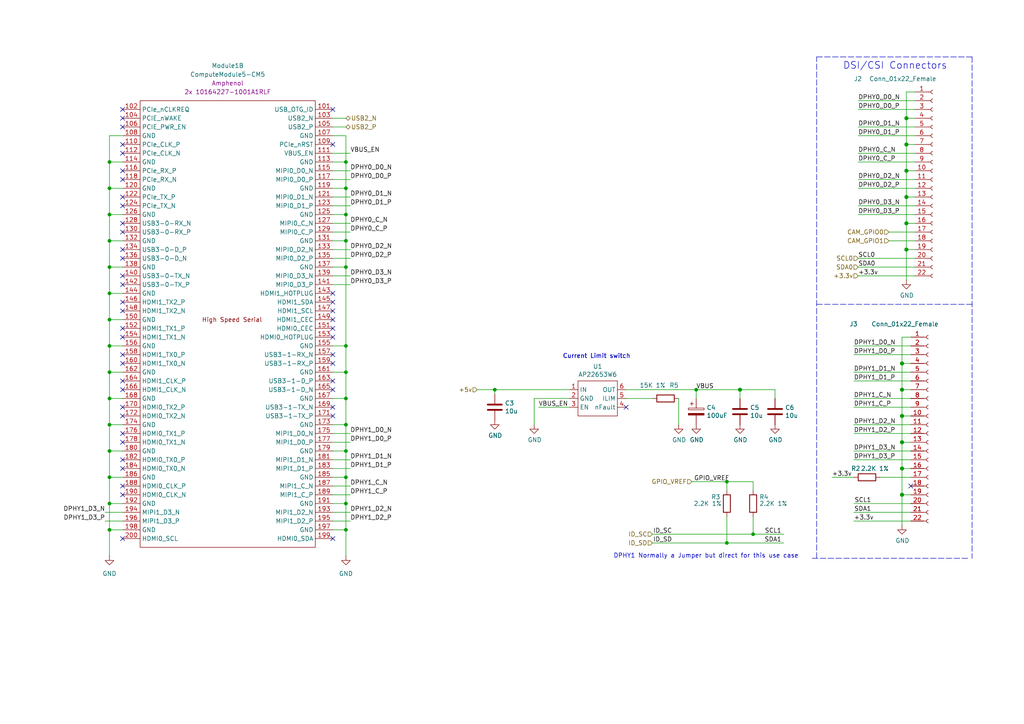
<source format=kicad_sch>
(kicad_sch (version 20231120) (generator "eeschema") (generator_version "8.0")
  (paper "A4")
  (lib_symbols
    (symbol "CM5IO:AP2553W6"
      (property "Reference" "U" (at 3.81 -6.35 0))
      (property "Value" "AP2553W6" (at -3.81 -6.35 0))
      (symbol "AP2553W6_0_0"
        (pin power_in line (at -8.89 2.54 0) (length 2.54) (name "IN") (number "1"))
        (pin power_out line (at -8.89 0 0) (length 2.54) (name "GND") (number "2"))
        (pin input line (at -8.89 -2.54 0) (length 2.54) (name "EN") (number "3"))
        (pin open_collector line (at 7.62 -2.54 180) (length 2.54) (name "nFault") (number "4"))
        (pin passive line (at 7.62 0 180) (length 2.54) (name "ILIM") (number "5"))
        (pin power_out line (at 7.62 2.54 180) (length 2.54) (name "OUT") (number "6"))
      )
      (symbol "AP2553W6_0_1"
        (rectangle (start -6.35 5.08) (end 5.08 -5.08))
      )
    )
    (symbol "CM5IO:ComputeModule5-CM5"
      (property "Reference" "Module" (at 113.03 -68.58 0))
      (property "Value" "ComputeModule5-CM5" (at 140.97 2.54 0))
      (property "Field4" "Amphenol" (at 0 0 0))
      (property "Field5" "2x 10164227-1001A1RLF" (at 0 -2.54 0))
      (symbol "ComputeModule5-CM5_1_0"
        (text "GPIO" (at 0 6.35 0) (effects (font (size 1.27 1.27))))
      )
      (symbol "ComputeModule5-CM5_1_1"
        (rectangle (start -30.48 -71.12) (end 25.4 58.42))
        (text "600mA Max" (at -8.89 -53.34 0) (effects (font (size 1.27 1.27))))
        (text "600mA Max" (at -8.89 -48.26 0) (effects (font (size 1.27 1.27))))
        (text "NB SD signals are only available" (at -1.27 -27.94 0) (effects (font (size 1.27 1.27))))
        (text "on modules without eMMC" (at -1.27 -30.48 0) (effects (font (size 1.27 1.27))))
        (pin power_in line (at 27.94 55.88 180) (length 2.54) (name "GND") (number "1"))
        (pin passive line (at -33.02 45.72 0) (length 2.54) (name "Ethernet_Pair0_N") (number "10"))
        (pin passive line (at -33.02 -68.58 0) (length 2.54) (name "CAM_GPIO1") (number "100"))
        (pin passive line (at 27.94 43.18 180) (length 2.54) (name "Ethernet_Pair2_P") (number "11"))
        (pin passive line (at -33.02 43.18 0) (length 2.54) (name "Ethernet_Pair0_P") (number "12"))
        (pin power_in line (at 27.94 40.64 180) (length 2.54) (name "GND") (number "13"))
        (pin power_in line (at -33.02 40.64 0) (length 2.54) (name "GND") (number "14"))
        (pin output line (at 27.94 38.1 180) (length 2.54) (name "Ethernet_nLED3(3.3v)") (number "15"))
        (pin input line (at -33.02 38.1 0) (length 2.54) (name "FAN_TACHO") (number "16"))
        (pin output line (at 27.94 35.56 180) (length 2.54) (name "Ethernet_nLED2(3.3v)") (number "17"))
        (pin input line (at -33.02 35.56 0) (length 2.54) (name "Ethernet_SYNC_OUT(3.3v)") (number "18"))
        (pin output line (at 27.94 33.02 180) (length 2.54) (name "FAN_PWM") (number "19"))
        (pin power_in line (at -33.02 55.88 0) (length 2.54) (name "GND") (number "2"))
        (pin passive line (at -33.02 33.02 0) (length 2.54) (name "EEPROM_nWP") (number "20"))
        (pin open_collector line (at 27.94 30.48 180) (length 2.54) (name "LED_nACT") (number "21"))
        (pin power_in line (at -33.02 30.48 0) (length 2.54) (name "GND") (number "22"))
        (pin power_in line (at 27.94 27.94 180) (length 2.54) (name "GND") (number "23"))
        (pin passive line (at -33.02 27.94 0) (length 2.54) (name "GPIO26") (number "24"))
        (pin passive line (at 27.94 25.4 180) (length 2.54) (name "GPIO21") (number "25"))
        (pin passive line (at -33.02 25.4 0) (length 2.54) (name "GPIO19") (number "26"))
        (pin passive line (at 27.94 22.86 180) (length 2.54) (name "GPIO20") (number "27"))
        (pin passive line (at -33.02 22.86 0) (length 2.54) (name "GPIO13") (number "28"))
        (pin passive line (at 27.94 20.32 180) (length 2.54) (name "GPIO16") (number "29"))
        (pin passive line (at 27.94 53.34 180) (length 2.54) (name "Ethernet_Pair3_P") (number "3"))
        (pin passive line (at -33.02 20.32 0) (length 2.54) (name "GPIO6") (number "30"))
        (pin passive line (at 27.94 17.78 180) (length 2.54) (name "GPIO12") (number "31"))
        (pin power_in line (at -33.02 17.78 0) (length 2.54) (name "GND") (number "32"))
        (pin power_in line (at 27.94 15.24 180) (length 2.54) (name "GND") (number "33"))
        (pin passive line (at -33.02 15.24 0) (length 2.54) (name "GPIO5") (number "34"))
        (pin passive line (at 27.94 12.7 180) (length 2.54) (name "ID_SC") (number "35"))
        (pin passive line (at -33.02 12.7 0) (length 2.54) (name "ID_SD") (number "36"))
        (pin passive line (at 27.94 10.16 180) (length 2.54) (name "GPIO7") (number "37"))
        (pin passive line (at -33.02 10.16 0) (length 2.54) (name "GPIO11") (number "38"))
        (pin passive line (at 27.94 7.62 180) (length 2.54) (name "GPIO8") (number "39"))
        (pin passive line (at -33.02 53.34 0) (length 2.54) (name "Ethernet_Pair1_P") (number "4"))
        (pin passive line (at -33.02 7.62 0) (length 2.54) (name "GPIO9") (number "40"))
        (pin passive line (at 27.94 5.08 180) (length 2.54) (name "GPIO25") (number "41"))
        (pin power_in line (at -33.02 5.08 0) (length 2.54) (name "GND") (number "42"))
        (pin power_in line (at 27.94 2.54 180) (length 2.54) (name "GND") (number "43"))
        (pin passive line (at -33.02 2.54 0) (length 2.54) (name "GPIO10") (number "44"))
        (pin passive line (at 27.94 0 180) (length 2.54) (name "GPIO24") (number "45"))
        (pin passive line (at -33.02 0 0) (length 2.54) (name "GPIO22") (number "46"))
        (pin passive line (at 27.94 -2.54 180) (length 2.54) (name "GPIO23") (number "47"))
        (pin passive line (at -33.02 -2.54 0) (length 2.54) (name "GPIO27") (number "48"))
        (pin passive line (at 27.94 -5.08 180) (length 2.54) (name "GPIO18") (number "49"))
        (pin passive line (at 27.94 50.8 180) (length 2.54) (name "Ethernet_Pair3_N") (number "5"))
        (pin passive line (at -33.02 -5.08 0) (length 2.54) (name "GPIO17") (number "50"))
        (pin passive line (at 27.94 -7.62 180) (length 2.54) (name "GPIO15") (number "51"))
        (pin power_in line (at -33.02 -7.62 0) (length 2.54) (name "GND") (number "52"))
        (pin power_in line (at 27.94 -10.16 180) (length 2.54) (name "GND") (number "53"))
        (pin passive line (at -33.02 -10.16 0) (length 2.54) (name "GPIO4") (number "54"))
        (pin passive line (at 27.94 -12.7 180) (length 2.54) (name "GPIO14") (number "55"))
        (pin passive line (at -33.02 -12.7 0) (length 2.54) (name "GPIO3") (number "56"))
        (pin passive line (at 27.94 -15.24 180) (length 2.54) (name "SD_CLK") (number "57"))
        (pin passive line (at -33.02 -15.24 0) (length 2.54) (name "GPIO2") (number "58"))
        (pin power_in line (at 27.94 -17.78 180) (length 2.54) (name "GND") (number "59"))
        (pin passive line (at -33.02 50.8 0) (length 2.54) (name "Ethernet_Pair1_N") (number "6"))
        (pin power_in line (at -33.02 -17.78 0) (length 2.54) (name "GND") (number "60"))
        (pin passive line (at 27.94 -20.32 180) (length 2.54) (name "SD_DAT3") (number "61"))
        (pin passive line (at -33.02 -20.32 0) (length 2.54) (name "SD_CMD") (number "62"))
        (pin passive line (at 27.94 -22.86 180) (length 2.54) (name "SD_DAT0") (number "63"))
        (pin passive line (at -33.02 -22.86 0) (length 2.54) (name "SD_DAT5") (number "64"))
        (pin power_in line (at 27.94 -25.4 180) (length 2.54) (name "GND") (number "65"))
        (pin power_in line (at -33.02 -25.4 0) (length 2.54) (name "GND") (number "66"))
        (pin passive line (at 27.94 -27.94 180) (length 2.54) (name "SD_DAT1") (number "67"))
        (pin passive line (at -33.02 -27.94 0) (length 2.54) (name "SD_DAT4") (number "68"))
        (pin passive line (at 27.94 -30.48 180) (length 2.54) (name "SD_DAT2") (number "69"))
        (pin power_in line (at 27.94 48.26 180) (length 2.54) (name "GND") (number "7"))
        (pin passive line (at -33.02 -30.48 0) (length 2.54) (name "SD_DAT7") (number "70"))
        (pin power_in line (at 27.94 -33.02 180) (length 2.54) (name "GND") (number "71"))
        (pin passive line (at -33.02 -33.02 0) (length 2.54) (name "SD_DAT6") (number "72"))
        (pin input line (at 27.94 -35.56 180) (length 2.54) (name "SD_VDD_Override") (number "73"))
        (pin power_in line (at -33.02 -35.56 0) (length 2.54) (name "GND") (number "74"))
        (pin output line (at 27.94 -38.1 180) (length 2.54) (name "SD_PWR_ON") (number "75"))
        (pin passive line (at -33.02 -38.1 0) (length 2.54) (name "VBAT") (number "76"))
        (pin power_in line (at 27.94 -40.64 180) (length 2.54) (name "+5v_(Input)") (number "77"))
        (pin power_in line (at -33.02 -40.64 0) (length 2.54) (name "GPIO_VREF(1.8v/3.3v_Input)") (number "78"))
        (pin power_in line (at 27.94 -43.18 180) (length 2.54) (name "+5v_(Input)") (number "79"))
        (pin power_in line (at -33.02 48.26 0) (length 2.54) (name "GND") (number "8"))
        (pin passive line (at -33.02 -43.18 0) (length 2.54) (name "SCL0") (number "80"))
        (pin power_in line (at 27.94 -45.72 180) (length 2.54) (name "+5v_(Input)") (number "81"))
        (pin passive line (at -33.02 -45.72 0) (length 2.54) (name "SDA0") (number "82"))
        (pin power_in line (at 27.94 -48.26 180) (length 2.54) (name "+5v_(Input)") (number "83"))
        (pin power_out line (at -33.02 -48.26 0) (length 2.54) (name "+3.3v_(Output)") (number "84"))
        (pin power_in line (at 27.94 -50.8 180) (length 2.54) (name "+5v_(Input)") (number "85"))
        (pin passive line (at -33.02 -50.8 0) (length 2.54) (name "+3.3v_(Output)") (number "86"))
        (pin power_in line (at 27.94 -53.34 180) (length 2.54) (name "+5v_(Input)") (number "87"))
        (pin power_out line (at -33.02 -53.34 0) (length 2.54) (name "+1.8v_(Output)") (number "88"))
        (pin input line (at 27.94 -55.88 180) (length 2.54) (name "WiFi_nDisable") (number "89"))
        (pin passive line (at 27.94 45.72 180) (length 2.54) (name "Ethernet_Pair2_N") (number "9"))
        (pin passive line (at -33.02 -55.88 0) (length 2.54) (name "+1.8v_(Output)") (number "90"))
        (pin input line (at 27.94 -58.42 180) (length 2.54) (name "BT_nDisable") (number "91"))
        (pin passive line (at -33.02 -58.42 0) (length 2.54) (name "PWR_BUT") (number "92"))
        (pin input line (at 27.94 -60.96 180) (length 2.54) (name "nRPIBOOT") (number "93"))
        (pin passive line (at -33.02 -60.96 0) (length 2.54) (name "CC1") (number "94"))
        (pin output line (at 27.94 -63.5 180) (length 2.54) (name "LED_nPWR") (number "95"))
        (pin passive line (at -33.02 -63.5 0) (length 2.54) (name "CC2") (number "96"))
        (pin passive line (at 27.94 -66.04 180) (length 2.54) (name "CAM_GPIO0") (number "97"))
        (pin power_in line (at -33.02 -66.04 0) (length 2.54) (name "GND") (number "98"))
        (pin input line (at 27.94 -68.58 180) (length 2.54) (name "PMIC_ENABLE") (number "99"))
      )
      (symbol "ComputeModule5-CM5_2_1"
        (rectangle (start 114.3 -66.04) (end 165.1 63.5))
        (text "High Speed Serial" (at 140.97 0 0) (effects (font (size 1.27 1.27))))
        (pin input line (at 170.18 60.96 180) (length 5.08) (name "USB_OTG_ID") (number "101"))
        (pin input line (at 109.22 60.96 0) (length 5.08) (name "PCIe_nCLKREQ") (number "102"))
        (pin passive line (at 170.18 58.42 180) (length 5.08) (name "USB2_N") (number "103"))
        (pin input line (at 109.22 58.42 0) (length 5.08) (name "PCIE_nWAKE") (number "104"))
        (pin passive line (at 170.18 55.88 180) (length 5.08) (name "USB2_P") (number "105"))
        (pin output line (at 109.22 55.88 0) (length 5.08) (name "PCIE_PWR_EN") (number "106"))
        (pin power_in line (at 170.18 53.34 180) (length 5.08) (name "GND") (number "107"))
        (pin power_in line (at 109.22 53.34 0) (length 5.08) (name "GND") (number "108"))
        (pin output line (at 170.18 50.8 180) (length 5.08) (name "PCIe_nRST") (number "109"))
        (pin output line (at 109.22 50.8 0) (length 5.08) (name "PCIe_CLK_P") (number "110"))
        (pin output line (at 170.18 48.26 180) (length 5.08) (name "VBUS_EN") (number "111"))
        (pin output line (at 109.22 48.26 0) (length 5.08) (name "PCIe_CLK_N") (number "112"))
        (pin power_in line (at 170.18 45.72 180) (length 5.08) (name "GND") (number "113"))
        (pin power_in line (at 109.22 45.72 0) (length 5.08) (name "GND") (number "114"))
        (pin input line (at 170.18 43.18 180) (length 5.08) (name "MIPI0_D0_N") (number "115"))
        (pin input line (at 109.22 43.18 0) (length 5.08) (name "PCIe_RX_P") (number "116"))
        (pin input line (at 170.18 40.64 180) (length 5.08) (name "MIPI0_D0_P") (number "117"))
        (pin input line (at 109.22 40.64 0) (length 5.08) (name "PCIe_RX_N") (number "118"))
        (pin power_in line (at 170.18 38.1 180) (length 5.08) (name "GND") (number "119"))
        (pin power_in line (at 109.22 38.1 0) (length 5.08) (name "GND") (number "120"))
        (pin input line (at 170.18 35.56 180) (length 5.08) (name "MIPI0_D1_N") (number "121"))
        (pin output line (at 109.22 35.56 0) (length 5.08) (name "PCIe_TX_P") (number "122"))
        (pin input line (at 170.18 33.02 180) (length 5.08) (name "MIPI0_D1_P") (number "123"))
        (pin output line (at 109.22 33.02 0) (length 5.08) (name "PCIe_TX_N") (number "124"))
        (pin power_in line (at 170.18 30.48 180) (length 5.08) (name "GND") (number "125"))
        (pin power_in line (at 109.22 30.48 0) (length 5.08) (name "GND") (number "126"))
        (pin input line (at 170.18 27.94 180) (length 5.08) (name "MIPI0_C_N") (number "127"))
        (pin input line (at 109.22 27.94 0) (length 5.08) (name "USB3-0-RX_N") (number "128"))
        (pin input line (at 170.18 25.4 180) (length 5.08) (name "MIPI0_C_P") (number "129"))
        (pin input line (at 109.22 25.4 0) (length 5.08) (name "USB3-0-RX_P") (number "130"))
        (pin power_in line (at 170.18 22.86 180) (length 5.08) (name "GND") (number "131"))
        (pin power_in line (at 109.22 22.86 0) (length 5.08) (name "GND") (number "132"))
        (pin input line (at 170.18 20.32 180) (length 5.08) (name "MIPI0_D2_N") (number "133"))
        (pin passive line (at 109.22 20.32 0) (length 5.08) (name "USB3-0-D_P") (number "134"))
        (pin input line (at 170.18 17.78 180) (length 5.08) (name "MIPI0_D2_P") (number "135"))
        (pin passive line (at 109.22 17.78 0) (length 5.08) (name "USB3-0-D_N") (number "136"))
        (pin power_in line (at 170.18 15.24 180) (length 5.08) (name "GND") (number "137"))
        (pin power_in line (at 109.22 15.24 0) (length 5.08) (name "GND") (number "138"))
        (pin input line (at 170.18 12.7 180) (length 5.08) (name "MIPI0_D3_N") (number "139"))
        (pin output line (at 109.22 12.7 0) (length 5.08) (name "USB3-0-TX_N") (number "140"))
        (pin input line (at 170.18 10.16 180) (length 5.08) (name "MIPI0_D3_P") (number "141"))
        (pin output line (at 109.22 10.16 0) (length 5.08) (name "USB3-0-TX_P") (number "142"))
        (pin input line (at 170.18 7.62 180) (length 5.08) (name "HDMI1_HOTPLUG") (number "143"))
        (pin power_in line (at 109.22 7.62 0) (length 5.08) (name "GND") (number "144"))
        (pin bidirectional line (at 170.18 5.08 180) (length 5.08) (name "HDMI1_SDA") (number "145"))
        (pin output line (at 109.22 5.08 0) (length 5.08) (name "HDMI1_TX2_P") (number "146"))
        (pin open_collector line (at 170.18 2.54 180) (length 5.08) (name "HDMI1_SCL") (number "147"))
        (pin output line (at 109.22 2.54 0) (length 5.08) (name "HDMI1_TX2_N") (number "148"))
        (pin open_collector line (at 170.18 0 180) (length 5.08) (name "HDMI1_CEC") (number "149"))
        (pin power_in line (at 109.22 0 0) (length 5.08) (name "GND") (number "150"))
        (pin open_collector line (at 170.18 -2.54 180) (length 5.08) (name "HDMI0_CEC") (number "151"))
        (pin output line (at 109.22 -2.54 0) (length 5.08) (name "HDMI1_TX1_P") (number "152"))
        (pin input line (at 170.18 -5.08 180) (length 5.08) (name "HDMI0_HOTPLUG") (number "153"))
        (pin output line (at 109.22 -5.08 0) (length 5.08) (name "HDMI1_TX1_N") (number "154"))
        (pin power_in line (at 170.18 -7.62 180) (length 5.08) (name "GND") (number "155"))
        (pin power_in line (at 109.22 -7.62 0) (length 5.08) (name "GND") (number "156"))
        (pin input line (at 170.18 -10.16 180) (length 5.08) (name "USB3-1-RX_N") (number "157"))
        (pin output line (at 109.22 -10.16 0) (length 5.08) (name "HDMI1_TX0_P") (number "158"))
        (pin input line (at 170.18 -12.7 180) (length 5.08) (name "USB3-1-RX_P") (number "159"))
        (pin output line (at 109.22 -12.7 0) (length 5.08) (name "HDMI1_TX0_N") (number "160"))
        (pin power_in line (at 170.18 -15.24 180) (length 5.08) (name "GND") (number "161"))
        (pin power_in line (at 109.22 -15.24 0) (length 5.08) (name "GND") (number "162"))
        (pin passive line (at 170.18 -17.78 180) (length 5.08) (name "USB3-1-D_P") (number "163"))
        (pin output line (at 109.22 -17.78 0) (length 5.08) (name "HDMI1_CLK_P") (number "164"))
        (pin passive line (at 170.18 -20.32 180) (length 5.08) (name "USB3-1-D_N") (number "165"))
        (pin output line (at 109.22 -20.32 0) (length 5.08) (name "HDMI1_CLK_N") (number "166"))
        (pin power_in line (at 170.18 -22.86 180) (length 5.08) (name "GND") (number "167"))
        (pin power_in line (at 109.22 -22.86 0) (length 5.08) (name "GND") (number "168"))
        (pin output line (at 170.18 -25.4 180) (length 5.08) (name "USB3-1-TX_N") (number "169"))
        (pin output line (at 109.22 -25.4 0) (length 5.08) (name "HDMI0_TX2_P") (number "170"))
        (pin output line (at 170.18 -27.94 180) (length 5.08) (name "USB3-1-TX_P") (number "171"))
        (pin output line (at 109.22 -27.94 0) (length 5.08) (name "HDMI0_TX2_N") (number "172"))
        (pin power_in line (at 170.18 -30.48 180) (length 5.08) (name "GND") (number "173"))
        (pin power_in line (at 109.22 -30.48 0) (length 5.08) (name "GND") (number "174"))
        (pin output line (at 170.18 -33.02 180) (length 5.08) (name "MIPI1_D0_N") (number "175"))
        (pin output line (at 109.22 -33.02 0) (length 5.08) (name "HDMI0_TX1_P") (number "176"))
        (pin output line (at 170.18 -35.56 180) (length 5.08) (name "MIPI1_D0_P") (number "177"))
        (pin output line (at 109.22 -35.56 0) (length 5.08) (name "HDMI0_TX1_N") (number "178"))
        (pin power_in line (at 170.18 -38.1 180) (length 5.08) (name "GND") (number "179"))
        (pin power_in line (at 109.22 -38.1 0) (length 5.08) (name "GND") (number "180"))
        (pin output line (at 170.18 -40.64 180) (length 5.08) (name "MIPI1_D1_N") (number "181"))
        (pin output line (at 109.22 -40.64 0) (length 5.08) (name "HDMI0_TX0_P") (number "182"))
        (pin output line (at 170.18 -43.18 180) (length 5.08) (name "MIPI1_D1_P") (number "183"))
        (pin output line (at 109.22 -43.18 0) (length 5.08) (name "HDMI0_TX0_N") (number "184"))
        (pin power_in line (at 170.18 -45.72 180) (length 5.08) (name "GND") (number "185"))
        (pin power_in line (at 109.22 -45.72 0) (length 5.08) (name "GND") (number "186"))
        (pin output line (at 170.18 -48.26 180) (length 5.08) (name "MIPI1_C_N") (number "187"))
        (pin output line (at 109.22 -48.26 0) (length 5.08) (name "HDMI0_CLK_P") (number "188"))
        (pin output line (at 170.18 -50.8 180) (length 5.08) (name "MIPI1_C_P") (number "189"))
        (pin output line (at 109.22 -50.8 0) (length 5.08) (name "HDMI0_CLK_N") (number "190"))
        (pin power_in line (at 170.18 -53.34 180) (length 5.08) (name "GND") (number "191"))
        (pin power_in line (at 109.22 -53.34 0) (length 5.08) (name "GND") (number "192"))
        (pin output line (at 170.18 -55.88 180) (length 5.08) (name "MIPI1_D2_N") (number "193"))
        (pin output line (at 109.22 -55.88 0) (length 5.08) (name "MIPI1_D3_N") (number "194"))
        (pin output line (at 170.18 -58.42 180) (length 5.08) (name "MIPI1_D2_P") (number "195"))
        (pin output line (at 109.22 -58.42 0) (length 5.08) (name "MIPI1_D3_P") (number "196"))
        (pin power_in line (at 170.18 -60.96 180) (length 5.08) (name "GND") (number "197"))
        (pin power_in line (at 109.22 -60.96 0) (length 5.08) (name "GND") (number "198"))
        (pin bidirectional line (at 170.18 -63.5 180) (length 5.08) (name "HDMI0_SDA") (number "199"))
        (pin open_collector line (at 109.22 -63.5 0) (length 5.08) (name "HDMI0_SCL") (number "200"))
      )
    )
    (symbol "Connector:Conn_01x22_Socket" (pin_names (offset 1.016) hide)
      (property "Reference" "J" (at 0 27.94 0))
      (property "Value" "Conn_01x22_Socket" (at 0 -30.48 0))
      (symbol "Conn_01x22_Socket_1_1"
        (arc (start 0 -27.432) (mid -0.5058 -27.94) (end 0 -28.448) (stroke (width 0.1524)))
        (arc (start 0 -24.892) (mid -0.5058 -25.4) (end 0 -25.908) (stroke (width 0.1524)))
        (arc (start 0 -22.352) (mid -0.5058 -22.86) (end 0 -23.368) (stroke (width 0.1524)))
        (arc (start 0 -19.812) (mid -0.5058 -20.32) (end 0 -20.828) (stroke (width 0.1524)))
        (arc (start 0 -17.272) (mid -0.5058 -17.78) (end 0 -18.288) (stroke (width 0.1524)))
        (arc (start 0 -14.732) (mid -0.5058 -15.24) (end 0 -15.748) (stroke (width 0.1524)))
        (arc (start 0 -12.192) (mid -0.5058 -12.7) (end 0 -13.208) (stroke (width 0.1524)))
        (arc (start 0 -9.652) (mid -0.5058 -10.16) (end 0 -10.668) (stroke (width 0.1524)))
        (arc (start 0 -7.112) (mid -0.5058 -7.62) (end 0 -8.128) (stroke (width 0.1524)))
        (arc (start 0 -4.572) (mid -0.5058 -5.08) (end 0 -5.588) (stroke (width 0.1524)))
        (arc (start 0 -2.032) (mid -0.5058 -2.54) (end 0 -3.048) (stroke (width 0.1524)))
        (polyline (pts (xy -1.27 -27.94) (xy -0.508 -27.94)) (stroke (width 0.1524)))
        (polyline (pts (xy -1.27 -25.4) (xy -0.508 -25.4)) (stroke (width 0.1524)))
        (polyline (pts (xy -1.27 -22.86) (xy -0.508 -22.86)) (stroke (width 0.1524)))
        (polyline (pts (xy -1.27 -20.32) (xy -0.508 -20.32)) (stroke (width 0.1524)))
        (polyline (pts (xy -1.27 -17.78) (xy -0.508 -17.78)) (stroke (width 0.1524)))
        (polyline (pts (xy -1.27 -15.24) (xy -0.508 -15.24)) (stroke (width 0.1524)))
        (polyline (pts (xy -1.27 -12.7) (xy -0.508 -12.7)) (stroke (width 0.1524)))
        (polyline (pts (xy -1.27 -10.16) (xy -0.508 -10.16)) (stroke (width 0.1524)))
        (polyline (pts (xy -1.27 -7.62) (xy -0.508 -7.62)) (stroke (width 0.1524)))
        (polyline (pts (xy -1.27 -5.08) (xy -0.508 -5.08)) (stroke (width 0.1524)))
        (polyline (pts (xy -1.27 -2.54) (xy -0.508 -2.54)) (stroke (width 0.1524)))
        (polyline (pts (xy -1.27 0) (xy -0.508 0)) (stroke (width 0.1524)))
        (polyline (pts (xy -1.27 2.54) (xy -0.508 2.54)) (stroke (width 0.1524)))
        (polyline (pts (xy -1.27 5.08) (xy -0.508 5.08)) (stroke (width 0.1524)))
        (polyline (pts (xy -1.27 7.62) (xy -0.508 7.62)) (stroke (width 0.1524)))
        (polyline (pts (xy -1.27 10.16) (xy -0.508 10.16)) (stroke (width 0.1524)))
        (polyline (pts (xy -1.27 12.7) (xy -0.508 12.7)) (stroke (width 0.1524)))
        (polyline (pts (xy -1.27 15.24) (xy -0.508 15.24)) (stroke (width 0.1524)))
        (polyline (pts (xy -1.27 17.78) (xy -0.508 17.78)) (stroke (width 0.1524)))
        (polyline (pts (xy -1.27 20.32) (xy -0.508 20.32)) (stroke (width 0.1524)))
        (polyline (pts (xy -1.27 22.86) (xy -0.508 22.86)) (stroke (width 0.1524)))
        (polyline (pts (xy -1.27 25.4) (xy -0.508 25.4)) (stroke (width 0.1524)))
        (arc (start 0 0.508) (mid -0.5058 0) (end 0 -0.508) (stroke (width 0.1524)))
        (arc (start 0 3.048) (mid -0.5058 2.54) (end 0 2.032) (stroke (width 0.1524)))
        (arc (start 0 5.588) (mid -0.5058 5.08) (end 0 4.572) (stroke (width 0.1524)))
        (arc (start 0 8.128) (mid -0.5058 7.62) (end 0 7.112) (stroke (width 0.1524)))
        (arc (start 0 10.668) (mid -0.5058 10.16) (end 0 9.652) (stroke (width 0.1524)))
        (arc (start 0 13.208) (mid -0.5058 12.7) (end 0 12.192) (stroke (width 0.1524)))
        (arc (start 0 15.748) (mid -0.5058 15.24) (end 0 14.732) (stroke (width 0.1524)))
        (arc (start 0 18.288) (mid -0.5058 17.78) (end 0 17.272) (stroke (width 0.1524)))
        (arc (start 0 20.828) (mid -0.5058 20.32) (end 0 19.812) (stroke (width 0.1524)))
        (arc (start 0 23.368) (mid -0.5058 22.86) (end 0 22.352) (stroke (width 0.1524)))
        (arc (start 0 25.908) (mid -0.5058 25.4) (end 0 24.892) (stroke (width 0.1524)))
        (pin passive line (at -5.08 25.4 0) (length 3.81) (name "Pin_1") (number "1"))
        (pin passive line (at -5.08 2.54 0) (length 3.81) (name "Pin_10") (number "10"))
        (pin passive line (at -5.08 0 0) (length 3.81) (name "Pin_11") (number "11"))
        (pin passive line (at -5.08 -2.54 0) (length 3.81) (name "Pin_12") (number "12"))
        (pin passive line (at -5.08 -5.08 0) (length 3.81) (name "Pin_13") (number "13"))
        (pin passive line (at -5.08 -7.62 0) (length 3.81) (name "Pin_14") (number "14"))
        (pin passive line (at -5.08 -10.16 0) (length 3.81) (name "Pin_15") (number "15"))
        (pin passive line (at -5.08 -12.7 0) (length 3.81) (name "Pin_16") (number "16"))
        (pin passive line (at -5.08 -15.24 0) (length 3.81) (name "Pin_17") (number "17"))
        (pin passive line (at -5.08 -17.78 0) (length 3.81) (name "Pin_18") (number "18"))
        (pin passive line (at -5.08 -20.32 0) (length 3.81) (name "Pin_19") (number "19"))
        (pin passive line (at -5.08 22.86 0) (length 3.81) (name "Pin_2") (number "2"))
        (pin passive line (at -5.08 -22.86 0) (length 3.81) (name "Pin_20") (number "20"))
        (pin passive line (at -5.08 -25.4 0) (length 3.81) (name "Pin_21") (number "21"))
        (pin passive line (at -5.08 -27.94 0) (length 3.81) (name "Pin_22") (number "22"))
        (pin passive line (at -5.08 20.32 0) (length 3.81) (name "Pin_3") (number "3"))
        (pin passive line (at -5.08 17.78 0) (length 3.81) (name "Pin_4") (number "4"))
        (pin passive line (at -5.08 15.24 0) (length 3.81) (name "Pin_5") (number "5"))
        (pin passive line (at -5.08 12.7 0) (length 3.81) (name "Pin_6") (number "6"))
        (pin passive line (at -5.08 10.16 0) (length 3.81) (name "Pin_7") (number "7"))
        (pin passive line (at -5.08 7.62 0) (length 3.81) (name "Pin_8") (number "8"))
        (pin passive line (at -5.08 5.08 0) (length 3.81) (name "Pin_9") (number "9"))
      )
    )
    (symbol "Device:C" (pin_numbers hide) (pin_names (offset 0.254))
      (property "Reference" "C" (at 0.635 2.54 0))
      (property "Value" "C" (at 0.635 -2.54 0))
      (symbol "C_0_1"
        (polyline (pts (xy -2.032 -0.762) (xy 2.032 -0.762)) (stroke (width 0.508)))
        (polyline (pts (xy -2.032 0.762) (xy 2.032 0.762)) (stroke (width 0.508)))
      )
      (symbol "C_1_1"
        (pin passive line (at 0 3.81 270) (length 2.794) (name "~") (number "1"))
        (pin passive line (at 0 -3.81 90) (length 2.794) (name "~") (number "2"))
      )
    )
    (symbol "Device:C_Polarized" (pin_numbers hide) (pin_names (offset 0.254))
      (property "Reference" "C" (at 0.635 2.54 0))
      (property "Value" "C_Polarized" (at 0.635 -2.54 0))
      (symbol "C_Polarized_0_1"
        (rectangle (start -2.286 0.508) (end 2.286 1.016))
        (polyline (pts (xy -1.778 2.286) (xy -0.762 2.286)))
        (polyline (pts (xy -1.27 2.794) (xy -1.27 1.778)))
        (rectangle (start 2.286 -0.508) (end -2.286 -1.016) (fill (type outline)))
      )
      (symbol "C_Polarized_1_1"
        (pin passive line (at 0 3.81 270) (length 2.794) (name "~") (number "1"))
        (pin passive line (at 0 -3.81 90) (length 2.794) (name "~") (number "2"))
      )
    )
    (symbol "Device:R" (pin_numbers hide) (pin_names (offset 0))
      (property "Reference" "R" (at 2.032 0 90))
      (property "Value" "R" (at 0 0 90))
      (symbol "R_0_1"
        (rectangle (start -1.016 -2.54) (end 1.016 2.54) (stroke (width 0.254)))
      )
      (symbol "R_1_1"
        (pin passive line (at 0 3.81 270) (length 1.27) (name "~") (number "1"))
        (pin passive line (at 0 -3.81 90) (length 1.27) (name "~") (number "2"))
      )
    )
    (symbol "power:GND" (power) (pin_numbers hide) (pin_names (offset 0) hide)
      (property "Value" "GND" (at 0 -3.81 0))
      (symbol "GND_0_1"
        (polyline (pts (xy 0 0) (xy 0 -1.27) (xy 1.27 -1.27) (xy 0 -2.54) (xy -1.27 -1.27) (xy 0 -1.27)))
      )
      (symbol "GND_1_1"
        (pin power_in line (at 0 0 270) (length 0) (name "~") (number "1"))
      )
    )
  )
  (junction (at 261.62 120.65) (diameter 1.016))
  (junction (at 31.75 107.95))
  (junction (at 31.75 100.33))
  (junction (at 100.33 46.99))
  (junction (at 31.75 62.23))
  (junction (at 261.62 143.51) (diameter 1.016))
  (junction (at 31.75 69.85))
  (junction (at 31.75 123.19))
  (junction (at 262.89 57.15) (diameter 1.016))
  (junction (at 31.75 92.71))
  (junction (at 31.75 146.05))
  (junction (at 100.33 62.23))
  (junction (at 100.33 107.95))
  (junction (at 100.33 123.19))
  (junction (at 31.75 153.67))
  (junction (at 100.33 130.81))
  (junction (at 100.33 146.05))
  (junction (at 201.93 113.03))
  (junction (at 261.62 135.89) (diameter 1.016))
  (junction (at 261.62 105.41) (diameter 1.016))
  (junction (at 31.75 115.57))
  (junction (at 262.89 72.39) (diameter 1.016))
  (junction (at 100.33 77.47))
  (junction (at 100.33 100.33))
  (junction (at 100.33 153.67))
  (junction (at 261.62 128.27) (diameter 1.016))
  (junction (at 210.82 139.7))
  (junction (at 262.89 64.77) (diameter 1.016))
  (junction (at 31.75 130.81))
  (junction (at 31.75 54.61))
  (junction (at 214.63 113.03) (diameter 1.016))
  (junction (at 262.89 34.29) (diameter 1.016))
  (junction (at 210.82 157.48))
  (junction (at 31.75 77.47))
  (junction (at 218.44 154.94))
  (junction (at 262.89 41.91) (diameter 1.016))
  (junction (at 143.51 113.03))
  (junction (at 31.75 85.09))
  (junction (at 100.33 69.85))
  (junction (at 31.75 138.43))
  (junction (at 100.33 138.43))
  (junction (at 100.33 54.61))
  (junction (at 31.75 46.99))
  (junction (at 261.62 113.03) (diameter 1.016))
  (junction (at 262.89 49.53) (diameter 1.016))
  (junction (at 100.33 115.57))
  (no_connect (at 35.56 133.35))
  (no_connect (at 96.52 92.71))
  (no_connect (at 96.52 31.75))
  (no_connect (at 35.56 135.89))
  (no_connect (at 35.56 49.53))
  (no_connect (at 96.52 113.03))
  (no_connect (at 35.56 95.25))
  (no_connect (at 35.56 72.39))
  (no_connect (at 35.56 120.65))
  (no_connect (at 96.52 120.65))
  (no_connect (at 96.52 95.25))
  (no_connect (at 35.56 74.93))
  (no_connect (at 35.56 59.69))
  (no_connect (at 35.56 97.79))
  (no_connect (at 35.56 128.27))
  (no_connect (at 35.56 102.87))
  (no_connect (at 35.56 52.07))
  (no_connect (at 96.52 110.49))
  (no_connect (at 35.56 36.83))
  (no_connect (at 35.56 44.45))
  (no_connect (at 35.56 143.51))
  (no_connect (at 35.56 125.73))
  (no_connect (at 96.52 90.17))
  (no_connect (at 35.56 118.11))
  (no_connect (at 96.52 97.79))
  (no_connect (at 35.56 31.75))
  (no_connect (at 96.52 41.91))
  (no_connect (at 35.56 140.97))
  (no_connect (at 96.52 118.11))
  (no_connect (at 96.52 85.09))
  (no_connect (at 264.16 140.97))
  (no_connect (at 35.56 41.91))
  (no_connect (at 35.56 67.31))
  (no_connect (at 35.56 87.63))
  (no_connect (at 35.56 90.17))
  (no_connect (at 35.56 34.29))
  (no_connect (at 35.56 105.41))
  (no_connect (at 35.56 110.49))
  (no_connect (at 35.56 80.01))
  (no_connect (at 96.52 87.63))
  (no_connect (at 35.56 57.15))
  (no_connect (at 35.56 113.03))
  (no_connect (at 35.56 82.55))
  (no_connect (at 35.56 156.21))
  (no_connect (at 96.52 102.87))
  (no_connect (at 96.52 156.21))
  (no_connect (at 35.56 64.77))
  (no_connect (at 96.52 105.41))
  (no_connect (at 181.61 118.11))
  (wire (pts (xy 214.63 113.03) (xy 224.79 113.03)))
  (wire (pts (xy 31.75 115.57) (xy 35.56 115.57)))
  (wire (pts (xy 100.33 107.95) (xy 100.33 115.57)))
  (wire (pts (xy 96.52 44.45) (xy 101.6 44.45)))
  (wire (pts (xy 261.62 135.89) (xy 261.62 143.51)))
  (wire (pts (xy 96.52 77.47) (xy 100.33 77.47)))
  (wire (pts (xy 96.52 46.99) (xy 100.33 46.99)))
  (wire (pts (xy 96.52 36.83) (xy 100.33 36.83)))
  (wire (pts (xy 96.52 72.39) (xy 101.6 72.39)))
  (wire (pts (xy 154.94 115.57) (xy 154.94 123.19)))
  (wire (pts (xy 96.52 82.55) (xy 101.6 82.55)))
  (wire (pts (xy 31.75 77.47) (xy 35.56 77.47)))
  (wire (pts (xy 96.52 39.37) (xy 100.33 39.37)))
  (wire (pts (xy 96.52 59.69) (xy 101.6 59.69)))
  (wire (pts (xy 261.62 128.27) (xy 261.62 135.89)))
  (wire (pts (xy 96.52 133.35) (xy 101.6 133.35)))
  (wire (pts (xy 224.79 113.03) (xy 224.79 115.57)))
  (wire (pts (xy 261.62 113.03) (xy 261.62 120.65)))
  (wire (pts (xy 247.65 100.33) (xy 264.16 100.33)))
  (wire (pts (xy 96.52 67.31) (xy 101.6 67.31)))
  (wire (pts (xy 189.23 157.48) (xy 210.82 157.48)))
  (wire (pts (xy 156.21 118.11) (xy 165.1 118.11)))
  (wire (pts (xy 96.52 148.59) (xy 101.6 148.59)))
  (polyline (pts (xy 280.67 161.925) (xy 235.585 161.925)) (stroke (width 0) (type dash)))
  (wire (pts (xy 100.33 46.99) (xy 100.33 54.61)))
  (wire (pts (xy 247.65 123.19) (xy 264.16 123.19)))
  (wire (pts (xy 96.52 128.27) (xy 101.6 128.27)))
  (wire (pts (xy 96.52 140.97) (xy 101.6 140.97)))
  (wire (pts (xy 261.62 135.89) (xy 264.16 135.89)))
  (wire (pts (xy 96.52 143.51) (xy 101.6 143.51)))
  (wire (pts (xy 210.82 139.7) (xy 218.44 139.7)))
  (wire (pts (xy 100.33 77.47) (xy 100.33 100.33)))
  (wire (pts (xy 218.44 149.86) (xy 218.44 154.94)))
  (wire (pts (xy 96.52 34.29) (xy 100.33 34.29)))
  (wire (pts (xy 100.33 62.23) (xy 100.33 69.85)))
  (wire (pts (xy 31.75 92.71) (xy 35.56 92.71)))
  (wire (pts (xy 261.62 143.51) (xy 264.16 143.51)))
  (wire (pts (xy 262.89 26.67) (xy 262.89 34.29)))
  (wire (pts (xy 261.62 105.41) (xy 264.16 105.41)))
  (wire (pts (xy 96.52 130.81) (xy 100.33 130.81)))
  (wire (pts (xy 196.85 115.57) (xy 196.85 123.19)))
  (wire (pts (xy 248.92 39.37) (xy 265.43 39.37)))
  (wire (pts (xy 261.62 113.03) (xy 264.16 113.03)))
  (wire (pts (xy 31.75 115.57) (xy 31.75 123.19)))
  (wire (pts (xy 201.93 113.03) (xy 214.63 113.03)))
  (wire (pts (xy 247.65 110.49) (xy 264.16 110.49)))
  (wire (pts (xy 248.92 62.23) (xy 265.43 62.23)))
  (wire (pts (xy 201.93 113.03) (xy 201.93 115.57)))
  (wire (pts (xy 241.3 138.43) (xy 247.65 138.43)))
  (wire (pts (xy 262.89 41.91) (xy 265.43 41.91)))
  (wire (pts (xy 261.62 120.65) (xy 264.16 120.65)))
  (wire (pts (xy 262.89 34.29) (xy 265.43 34.29)))
  (wire (pts (xy 264.16 97.79) (xy 261.62 97.79)))
  (wire (pts (xy 100.33 130.81) (xy 100.33 138.43)))
  (wire (pts (xy 181.61 115.57) (xy 189.23 115.57)))
  (wire (pts (xy 265.43 77.47) (xy 248.92 77.47)))
  (wire (pts (xy 247.65 102.87) (xy 264.16 102.87)))
  (wire (pts (xy 257.81 67.31) (xy 265.43 67.31)))
  (wire (pts (xy 96.52 74.93) (xy 101.6 74.93)))
  (wire (pts (xy 31.75 146.05) (xy 31.75 153.67)))
  (wire (pts (xy 30.48 151.13) (xy 35.56 151.13)))
  (wire (pts (xy 248.92 52.07) (xy 265.43 52.07)))
  (wire (pts (xy 264.16 146.05) (xy 247.65 146.05)))
  (wire (pts (xy 265.43 74.93) (xy 248.92 74.93)))
  (wire (pts (xy 262.89 64.77) (xy 265.43 64.77)))
  (wire (pts (xy 31.75 123.19) (xy 35.56 123.19)))
  (wire (pts (xy 200.66 139.7) (xy 210.82 139.7)))
  (wire (pts (xy 31.75 62.23) (xy 35.56 62.23)))
  (wire (pts (xy 210.82 157.48) (xy 227.33 157.48)))
  (wire (pts (xy 100.33 115.57) (xy 100.33 123.19)))
  (wire (pts (xy 165.1 115.57) (xy 154.94 115.57)))
  (wire (pts (xy 264.16 148.59) (xy 247.65 148.59)))
  (wire (pts (xy 261.62 128.27) (xy 264.16 128.27)))
  (wire (pts (xy 96.52 146.05) (xy 100.33 146.05)))
  (polyline (pts (xy 236.855 88.265) (xy 281.94 88.265)) (stroke (width 0) (type dash)))
  (wire (pts (xy 214.63 115.57) (xy 214.63 113.03)))
  (wire (pts (xy 96.52 49.53) (xy 101.6 49.53)))
  (wire (pts (xy 248.92 46.99) (xy 265.43 46.99)))
  (wire (pts (xy 30.48 148.59) (xy 35.56 148.59)))
  (wire (pts (xy 96.52 54.61) (xy 100.33 54.61)))
  (wire (pts (xy 248.92 31.75) (xy 265.43 31.75)))
  (wire (pts (xy 265.43 26.67) (xy 262.89 26.67)))
  (wire (pts (xy 31.75 100.33) (xy 31.75 107.95)))
  (wire (pts (xy 31.75 107.95) (xy 35.56 107.95)))
  (wire (pts (xy 262.89 57.15) (xy 265.43 57.15)))
  (wire (pts (xy 100.33 54.61) (xy 100.33 62.23)))
  (wire (pts (xy 218.44 139.7) (xy 218.44 142.24)))
  (wire (pts (xy 261.62 143.51) (xy 261.62 152.4)))
  (wire (pts (xy 248.92 36.83) (xy 265.43 36.83)))
  (wire (pts (xy 262.89 64.77) (xy 262.89 72.39)))
  (wire (pts (xy 31.75 138.43) (xy 35.56 138.43)))
  (wire (pts (xy 31.75 46.99) (xy 31.75 54.61)))
  (wire (pts (xy 96.52 80.01) (xy 101.6 80.01)))
  (wire (pts (xy 261.62 105.41) (xy 261.62 113.03)))
  (wire (pts (xy 31.75 54.61) (xy 35.56 54.61)))
  (wire (pts (xy 100.33 100.33) (xy 100.33 107.95)))
  (wire (pts (xy 31.75 138.43) (xy 31.75 146.05)))
  (wire (pts (xy 189.23 154.94) (xy 218.44 154.94)))
  (wire (pts (xy 31.75 107.95) (xy 31.75 115.57)))
  (polyline (pts (xy 236.855 161.925) (xy 236.855 16.51)) (stroke (width 0) (type dash)))
  (wire (pts (xy 31.75 77.47) (xy 31.75 85.09)))
  (wire (pts (xy 247.65 125.73) (xy 264.16 125.73)))
  (wire (pts (xy 96.52 135.89) (xy 101.6 135.89)))
  (wire (pts (xy 31.75 100.33) (xy 35.56 100.33)))
  (wire (pts (xy 262.89 72.39) (xy 265.43 72.39)))
  (wire (pts (xy 96.52 69.85) (xy 100.33 69.85)))
  (wire (pts (xy 218.44 154.94) (xy 227.33 154.94)))
  (wire (pts (xy 100.33 153.67) (xy 100.33 161.29)))
  (wire (pts (xy 96.52 57.15) (xy 101.6 57.15)))
  (wire (pts (xy 31.75 130.81) (xy 35.56 130.81)))
  (wire (pts (xy 96.52 107.95) (xy 100.33 107.95)))
  (wire (pts (xy 31.75 69.85) (xy 35.56 69.85)))
  (wire (pts (xy 96.52 62.23) (xy 100.33 62.23)))
  (wire (pts (xy 100.33 123.19) (xy 100.33 130.81)))
  (wire (pts (xy 31.75 92.71) (xy 31.75 100.33)))
  (wire (pts (xy 31.75 46.99) (xy 35.56 46.99)))
  (wire (pts (xy 262.89 72.39) (xy 262.89 81.28)))
  (wire (pts (xy 262.89 57.15) (xy 262.89 64.77)))
  (wire (pts (xy 261.62 97.79) (xy 261.62 105.41)))
  (wire (pts (xy 143.51 113.03) (xy 165.1 113.03)))
  (wire (pts (xy 264.16 151.13) (xy 247.65 151.13)))
  (wire (pts (xy 96.52 64.77) (xy 101.6 64.77)))
  (polyline (pts (xy 236.855 16.51) (xy 282.448 16.51)) (stroke (width 0) (type dash)))
  (wire (pts (xy 247.65 130.81) (xy 264.16 130.81)))
  (wire (pts (xy 31.75 153.67) (xy 31.75 161.29)))
  (wire (pts (xy 31.75 62.23) (xy 31.75 69.85)))
  (wire (pts (xy 262.89 41.91) (xy 262.89 49.53)))
  (wire (pts (xy 261.62 120.65) (xy 261.62 128.27)))
  (wire (pts (xy 31.75 85.09) (xy 31.75 92.71)))
  (wire (pts (xy 248.92 54.61) (xy 265.43 54.61)))
  (wire (pts (xy 96.52 151.13) (xy 101.6 151.13)))
  (wire (pts (xy 100.33 39.37) (xy 100.33 46.99)))
  (polyline (pts (xy 281.94 16.51) (xy 281.94 161.925)) (stroke (width 0) (type dash)))
  (wire (pts (xy 143.51 114.3) (xy 143.51 113.03)))
  (wire (pts (xy 35.56 39.37) (xy 31.75 39.37)))
  (wire (pts (xy 96.52 125.73) (xy 101.6 125.73)))
  (wire (pts (xy 181.61 113.03) (xy 201.93 113.03)))
  (wire (pts (xy 138.43 113.03) (xy 143.51 113.03)))
  (wire (pts (xy 31.75 153.67) (xy 35.56 153.67)))
  (wire (pts (xy 247.65 115.57) (xy 264.16 115.57)))
  (wire (pts (xy 248.92 44.45) (xy 265.43 44.45)))
  (wire (pts (xy 248.92 59.69) (xy 265.43 59.69)))
  (wire (pts (xy 96.52 153.67) (xy 100.33 153.67)))
  (wire (pts (xy 31.75 130.81) (xy 31.75 138.43)))
  (wire (pts (xy 31.75 123.19) (xy 31.75 130.81)))
  (wire (pts (xy 247.65 118.11) (xy 264.16 118.11)))
  (wire (pts (xy 100.33 146.05) (xy 100.33 153.67)))
  (wire (pts (xy 248.92 29.21) (xy 265.43 29.21)))
  (wire (pts (xy 96.52 52.07) (xy 101.6 52.07)))
  (wire (pts (xy 96.52 115.57) (xy 100.33 115.57)))
  (wire (pts (xy 262.89 34.29) (xy 262.89 41.91)))
  (wire (pts (xy 31.75 39.37) (xy 31.75 46.99)))
  (wire (pts (xy 96.52 100.33) (xy 100.33 100.33)))
  (wire (pts (xy 31.75 54.61) (xy 31.75 62.23)))
  (wire (pts (xy 247.65 107.95) (xy 264.16 107.95)))
  (wire (pts (xy 257.81 69.85) (xy 265.43 69.85)))
  (wire (pts (xy 255.27 138.43) (xy 264.16 138.43)))
  (wire (pts (xy 31.75 146.05) (xy 35.56 146.05)))
  (wire (pts (xy 262.89 49.53) (xy 265.43 49.53)))
  (wire (pts (xy 100.33 69.85) (xy 100.33 77.47)))
  (wire (pts (xy 96.52 123.19) (xy 100.33 123.19)))
  (wire (pts (xy 31.75 85.09) (xy 35.56 85.09)))
  (wire (pts (xy 100.33 138.43) (xy 100.33 146.05)))
  (wire (pts (xy 262.89 49.53) (xy 262.89 57.15)))
  (wire (pts (xy 31.75 69.85) (xy 31.75 77.47)))
  (wire (pts (xy 265.43 80.01) (xy 248.92 80.01)))
  (wire (pts (xy 96.52 138.43) (xy 100.33 138.43)))
  (wire (pts (xy 247.65 133.35) (xy 264.16 133.35)))
  (wire (pts (xy 210.82 149.86) (xy 210.82 157.48)))
  (wire (pts (xy 210.82 139.7) (xy 210.82 142.24)))
  (text "Current Limit switch" (at 182.88 104.14 0) (effects (font (size 1.27 1.27)) (justify right bottom)))
  (text "DSI/CSI Connectors" (at 244.475 20.32 0) (effects (font (size 2.0066 2.0066)) (justify left bottom)))
  (text "Current Limit switch" (at 182.88 104.14 0) (effects (font (size 1.27 1.27)) (justify right bottom)))
  (text "DPHY1 Normally a Jumper but direct for this use case" (at 231.648 162.052 0) (effects (font (size 1.27 1.27)) (justify right bottom)))
  (label "DPHY0_D2_P" (at 101.6 74.93 0))
  (label "DPHY0_D3_P" (at 248.92 62.23 0))
  (label "DPHY0_D1_P" (at 101.6 59.69 0))
  (label "+3.3v" (at 248.92 80.01 0))
  (label "VBUS_EN" (at 156.21 118.11 0))
  (label "SCL1" (at 226.695 154.94 180))
  (label "DPHY1_D0_N" (at 101.6 125.73 0))
  (label "DPHY1_D1_P" (at 101.6 135.89 0))
  (label "+3.3v" (at 241.3 138.43 0))
  (label "DPHY1_C_N" (at 101.6 140.97 0))
  (label "DPHY0_D0_P" (at 101.6 52.07 0))
  (label "DPHY1_D1_P" (at 247.65 110.49 0))
  (label "DPHY1_D2_N" (at 247.65 123.19 0))
  (label "DPHY0_D3_N" (at 248.92 59.69 0))
  (label "DPHY1_D0_P" (at 101.6 128.27 0))
  (label "DPHY1_D3_N" (at 247.65 130.81 0))
  (label "SDA0" (at 248.92 77.47 0))
  (label "+3.3v" (at 247.65 151.13 0))
  (label "SDA1" (at 226.695 157.48 180))
  (label "DPHY1_D0_N" (at 247.65 100.33 0))
  (label "DPHY1_D3_P" (at 247.65 133.35 0))
  (label "ID_SC" (at 194.945 154.94 180))
  (label "DPHY1_C_P" (at 247.65 118.11 0))
  (label "DPHY1_D3_P" (at 30.48 151.13 180))
  (label "DPHY1_D2_P" (at 101.6 151.13 0))
  (label "SCL0" (at 248.92 74.93 0))
  (label "DPHY1_D1_N" (at 247.65 107.95 0))
  (label "GPIO_VREF" (at 201.295 139.7 0))
  (label "DPHY1_D1_N" (at 101.6 133.35 0))
  (label "DPHY0_C_P" (at 101.6 67.31 0))
  (label "DPHY1_C_P" (at 101.6 143.51 0))
  (label "DPHY0_D2_P" (at 248.92 54.61 0))
  (label "VBUS_EN" (at 101.6 44.45 0))
  (label "ID_SD" (at 194.945 157.48 180))
  (label "DPHY0_D2_N" (at 101.6 72.39 0))
  (label "VBUS" (at 201.93 113.03 0))
  (label "DPHY0_D0_P" (at 248.92 31.75 0))
  (label "DPHY0_D3_N" (at 101.6 80.01 0))
  (label "DPHY0_C_P" (at 248.92 46.99 0))
  (label "SCL1" (at 252.73 146.05 180))
  (label "DPHY1_D2_N" (at 101.6 148.59 0))
  (label "DPHY0_D0_N" (at 101.6 49.53 0))
  (label "DPHY1_D3_N" (at 30.48 148.59 180))
  (label "DPHY0_D0_N" (at 248.92 29.21 0))
  (label "DPHY0_C_N" (at 248.92 44.45 0))
  (label "DPHY0_D1_N" (at 248.92 36.83 0))
  (label "DPHY1_D0_P" (at 247.65 102.87 0))
  (label "DPHY0_D1_P" (at 248.92 39.37 0))
  (label "DPHY1_D2_P" (at 247.65 125.73 0))
  (label "DPHY0_C_N" (at 101.6 64.77 0))
  (label "DPHY0_D1_N" (at 101.6 57.15 0))
  (label "SDA1" (at 252.73 148.59 180))
  (label "DPHY1_C_N" (at 247.65 115.57 0))
  (label "DPHY0_D3_P" (at 101.6 82.55 0))
  (label "DPHY0_D2_N" (at 248.92 52.07 0))
  (hierarchical_label "ID_SC" (shape input) (at 189.23 154.94 180))
  (hierarchical_label "GPIO_VREF" (shape input) (at 200.66 139.7 180))
  (hierarchical_label "CAM_GPIO1" (shape input) (at 257.81 69.85 180))
  (hierarchical_label "SCL0" (shape input) (at 248.92 74.93 180))
  (hierarchical_label "USB2_N" (shape bidirectional) (at 100.33 34.29 0))
  (hierarchical_label "+3.3v" (shape input) (at 248.92 80.01 180))
  (hierarchical_label "USB2_P" (shape bidirectional) (at 100.33 36.83 0))
  (hierarchical_label "ID_SD" (shape input) (at 189.23 157.48 180))
  (hierarchical_label "+5v" (shape input) (at 138.43 113.03 180))
  (hierarchical_label "CAM_GPIO0" (shape input) (at 257.81 67.31 180))
  (hierarchical_label "SDA0" (shape input) (at 248.92 77.47 180))
  (symbol (lib_id "CM5IO:ComputeModule5-CM5") (at -73.66 92.71 0) (unit 2)
    (property "Reference" "Module1" (at 66.04 19.05 0))
    (property "Value" "ComputeModule5-CM5" (at 66.04 21.59 0))
    (property "Footprint" "CM5IO:Raspberry-Pi-5-Compute-Module" (effects (hide yes)))
    (property "Description" "RaspberryPi Compute module 5" (effects (hide yes)))
    (property "Field4" "Amphenol" (at 66.04 24.13 0))
    (property "Field5" "2x 10164227-1001A1RLF" (at 66.04 26.67 0))
  )
  (symbol (lib_id "Device:R") (at 251.46 138.43 90) (unit 1)
    (property "Reference" "R2" (at 249.555 135.89 90) (effects (justify left)))
    (property "Value" "2.2K 1%" (at 257.81 135.89 90) (effects (justify left)))
    (property "Footprint" "Resistor_SMD:R_0402_1005Metric" (effects (hide yes)))
    (property "Datasheet" "https://fscdn.rohm.com/en/products/databook/datasheet/passive/resistor/chip_resistor/mcr-e.pdf" (effects (hide yes)))
    (property "Field4" "Farnell" (effects (hide yes)))
    (property "Part Description" "Resistor 2.2K M1005 1% 63mW" (effects (hide yes)))
  )
  (symbol (lib_id "power:GND") (at 31.75 161.29 0) (unit 1)
    (property "Reference" "#PWR06" (effects (hide yes)))
    (property "Value" "GND" (at 31.75 166.37 0))
    (property "Description" "Power symbol creates a global label with name \"GND\" , ground" (effects (hide yes)))
  )
  (symbol (lib_id "power:GND") (at 261.62 152.4 0) (unit 1)
    (property "Reference" "#PWR05" (effects (hide yes)))
    (property "Value" "GND" (at 261.747 156.7942 0))
    (property "Description" "Power symbol creates a global label with name \"GND\" , ground" (effects (hide yes)))
  )
  (symbol (lib_id "Device:C") (at 214.63 119.38 0) (unit 1)
    (property "Reference" "C5" (at 217.551 118.2116 0) (effects (justify left)))
    (property "Value" "10u" (at 217.551 120.523 0) (effects (justify left)))
    (property "Footprint" "Capacitor_SMD:C_0805_2012Metric" (effects (hide yes)))
    (property "Datasheet" "https://search.murata.co.jp/Ceramy/image/img/A01X/G101/ENG/GRM21BR71A106KA73-01.pdf" (effects (hide yes)))
    (property "Field5" "490-14381-1-ND" (effects (hide yes)))
    (property "Field4" "Digikey" (effects (hide yes)))
    (property "Field6" "GRM21BR71A106KA73L" (effects (hide yes)))
    (property "Field7" "Murata" (effects (hide yes)))
    (property "Part Description" "	10uF 10% 10V Ceramic Capacitor X7R 0805 (2012 Metric)" (effects (hide yes)))
    (property "Field8" "111893011" (effects (hide yes)))
  )
  (symbol (lib_id "power:GND") (at 224.79 123.19 0) (unit 1)
    (property "Reference" "#PWR013" (effects (hide yes)))
    (property "Value" "GND" (at 224.917 127.5842 0))
    (property "Description" "Power symbol creates a global label with name \"GND\" , ground" (effects (hide yes)))
  )
  (symbol (lib_id "Device:R") (at 218.44 146.05 0) (unit 1)
    (property "Reference" "R4" (at 220.218 144.145 0) (effects (justify left)))
    (property "Value" "2.2K 1%" (at 220.218 146.05 0) (effects (justify left)))
    (property "Footprint" "Resistor_SMD:R_0402_1005Metric" (effects (hide yes)))
    (property "Datasheet" "https://fscdn.rohm.com/en/products/databook/datasheet/passive/resistor/chip_resistor/mcr-e.pdf" (effects (hide yes)))
    (property "Field4" "Farnell" (effects (hide yes)))
    (property "Part Description" "Resistor 2.2K M1005 1% 63mW" (effects (hide yes)))
  )
  (symbol (lib_id "power:GND") (at 154.94 123.19 0) (unit 1)
    (property "Reference" "#PWR09" (effects (hide yes)))
    (property "Value" "GND" (at 155.067 127.5842 0))
    (property "Description" "Power symbol creates a global label with name \"GND\" , ground" (effects (hide yes)))
  )
  (symbol (lib_id "power:GND") (at 100.33 161.29 0) (unit 1)
    (property "Reference" "#PWR07" (effects (hide yes)))
    (property "Value" "GND" (at 100.33 166.37 0))
    (property "Description" "Power symbol creates a global label with name \"GND\" , ground" (effects (hide yes)))
  )
  (symbol (lib_id "Device:C") (at 143.51 118.11 0) (unit 1)
    (property "Reference" "C3" (at 146.431 116.9416 0) (effects (justify left)))
    (property "Value" "10u" (at 146.431 119.253 0) (effects (justify left)))
    (property "Footprint" "Capacitor_SMD:C_0805_2012Metric" (effects (hide yes)))
    (property "Datasheet" "https://search.murata.co.jp/Ceramy/image/img/A01X/G101/ENG/GRM21BR71A106KA73-01.pdf" (effects (hide yes)))
    (property "Field5" "490-14381-1-ND" (effects (hide yes)))
    (property "Field4" "Digikey" (effects (hide yes)))
    (property "Field6" "GRM21BR71A106KA73L" (effects (hide yes)))
    (property "Field7" "Murata" (effects (hide yes)))
    (property "Part Description" "	10uF 10% 10V Ceramic Capacitor X7R 0805 (2012 Metric)" (effects (hide yes)))
    (property "Field8" "111893011" (effects (hide yes)))
  )
  (symbol (lib_id "Device:C_Polarized") (at 201.93 119.38 0) (unit 1)
    (property "Reference" "C4" (at 204.9272 118.237 0) (effects (justify left)))
    (property "Value" "100uF" (at 204.9272 120.523 0) (effects (justify left)))
    (property "Footprint" "Capacitor_Tantalum_SMD:CP_EIA-7343-31_Kemet-D" (effects (hide yes)))
    (property "Field4" "Mouser" (effects (hide yes)))
    (property "Field5" "667-EEF-CX0J101R" (effects (hide yes)))
    (property "Part Description" "Capacitor, SP-Cap, 100u, 6.3V, 15mR ESR" (effects (hide yes)))
    (property "Field7" "Panasonic" (effects (hide yes)))
  )
  (symbol (lib_id "power:GND") (at 201.93 123.19 0) (unit 1)
    (property "Reference" "#PWR011" (effects (hide yes)))
    (property "Value" "GND" (at 202.057 127.5842 0))
    (property "Description" "Power symbol creates a global label with name \"GND\" , ground" (effects (hide yes)))
  )
  (symbol (lib_id "Device:R") (at 193.04 115.57 90) (unit 1)
    (property "Reference" "R5" (at 196.85 111.76 90) (effects (justify left)))
    (property "Value" "15K 1%" (at 193.04 111.76 90) (effects (justify left)))
    (property "Footprint" "Resistor_SMD:R_0402_1005Metric" (effects (hide yes)))
    (property "Datasheet" "https://fscdn.rohm.com/en/products/databook/datasheet/passive/resistor/chip_resistor/mcr-e.pdf" (effects (hide yes)))
    (property "Field4" "Farnell" (effects (hide yes)))
    (property "Field5" "9239375" (effects (hide yes)))
    (property "Field6" "MCR01MZPF1502" (effects (hide yes)))
    (property "Field7" "Rohm" (effects (hide yes)))
    (property "Part Description" "Resistor 15K M1005 1% 63mW" (effects (hide yes)))
    (property "Field8" "120891581" (effects (hide yes)))
  )
  (symbol (lib_id "power:GND") (at 196.85 123.19 0) (unit 1)
    (property "Reference" "#PWR010" (effects (hide yes)))
    (property "Value" "GND" (at 196.977 127.5842 0))
    (property "Description" "Power symbol creates a global label with name \"GND\" , ground" (effects (hide yes)))
  )
  (symbol (lib_id "Device:C") (at 224.79 119.38 0) (unit 1)
    (property "Reference" "C6" (at 227.711 118.2116 0) (effects (justify left)))
    (property "Value" "10u" (at 227.711 120.523 0) (effects (justify left)))
    (property "Footprint" "Capacitor_SMD:C_0805_2012Metric" (effects (hide yes)))
    (property "Datasheet" "https://search.murata.co.jp/Ceramy/image/img/A01X/G101/ENG/GRM21BR71A106KA73-01.pdf" (effects (hide yes)))
    (property "Field5" "490-14381-1-ND" (effects (hide yes)))
    (property "Field4" "Digikey" (effects (hide yes)))
    (property "Field6" "GRM21BR71A106KA73L" (effects (hide yes)))
    (property "Field7" "Murata" (effects (hide yes)))
    (property "Part Description" "	10uF 10% 10V Ceramic Capacitor X7R 0805 (2012 Metric)" (effects (hide yes)))
    (property "Field8" "111893011" (effects (hide yes)))
  )
  (symbol (lib_id "Connector:Conn_01x22_Socket") (at 270.51 52.07 0) (unit 1)
    (property "Reference" "J2" (at 247.65 22.86 0) (effects (justify left)))
    (property "Value" "Conn_01x22_Female" (at 252.095 22.86 0) (effects (justify left)))
    (property "Footprint" "CM5IO:Hirose_FH12-22S-0.5SH_1x22-1MP_P0.50mm_Horizontal" (effects (hide yes)))
    (property "Datasheet" "https://www.hirose.com/product/document?clcode=&productname=&series=FH12&documenttype=Catalog&lang=en&documentid=D31648_en" (effects (hide yes)))
    (property "Field4" "Mouser" (effects (hide yes)))
    (property "Field5" "798-FH12-22S-0.5SH55" (effects (hide yes)))
    (property "Field6" "FH12-22S-0.5SH55" (effects (hide yes)))
    (property "Field7" "Hirose" (effects (hide yes)))
    (property "Part Description" "22 Position FFC, FPC Connector Contacts, Bottom 0.020\" (0.50mm) Surface Mount, Right Angle" (effects (hide yes)))
  )
  (symbol (lib_id "Device:R") (at 210.82 146.05 0) (unit 1)
    (property "Reference" "R3" (at 206.248 144.145 0) (effects (justify left)))
    (property "Value" "2.2K 1%" (at 201.168 146.05 0) (effects (justify left)))
    (property "Footprint" "Resistor_SMD:R_0402_1005Metric" (effects (hide yes)))
    (property "Datasheet" "https://fscdn.rohm.com/en/products/databook/datasheet/passive/resistor/chip_resistor/mcr-e.pdf" (effects (hide yes)))
    (property "Field4" "Farnell" (effects (hide yes)))
    (property "Part Description" "Resistor 2.2K M1005 1% 63mW" (effects (hide yes)))
  )
  (symbol (lib_id "power:GND") (at 262.89 81.28 0) (unit 1)
    (property "Reference" "#PWR04" (effects (hide yes)))
    (property "Value" "GND" (at 263.017 85.6742 0))
    (property "Description" "Power symbol creates a global label with name \"GND\" , ground" (effects (hide yes)))
  )
  (symbol (lib_id "power:GND") (at 143.51 121.92 0) (unit 1)
    (property "Reference" "#PWR08" (effects (hide yes)))
    (property "Value" "GND" (at 143.637 126.3142 0))
    (property "Description" "Power symbol creates a global label with name \"GND\" , ground" (effects (hide yes)))
  )
  (symbol (lib_id "Connector:Conn_01x22_Socket") (at 269.24 123.19 0) (unit 1)
    (property "Reference" "J3" (at 246.38 93.98 0) (effects (justify left)))
    (property "Value" "Conn_01x22_Female" (at 252.73 93.98 0) (effects (justify left)))
    (property "Footprint" "CM5IO:Hirose_FH12-22S-0.5SH_1x22-1MP_P0.50mm_Horizontal" (effects (hide yes)))
    (property "Datasheet" "https://www.hirose.com/product/document?clcode=&productname=&series=FH12&documenttype=Catalog&lang=en&documentid=D31648_en" (effects (hide yes)))
    (property "Field4" "Mouser" (effects (hide yes)))
    (property "Field5" "798-FH12-22S-0.5SH55" (effects (hide yes)))
    (property "Field6" "FH12-22S-0.5SH55" (effects (hide yes)))
    (property "Field7" "Hirose" (effects (hide yes)))
    (property "Part Description" "22 Position FFC, FPC Connector Contacts, Bottom 0.020\" (0.50mm) Surface Mount, Right Angle" (effects (hide yes)))
  )
  (symbol (lib_id "CM5IO:AP2553W6") (at 173.99 115.57 0) (unit 1)
    (property "Reference" "U1" (at 173.355 106.299 0))
    (property "Value" "AP22653W6" (at 173.355 108.6104 0))
    (property "Footprint" "Package_TO_SOT_SMD:SOT-23-6" (effects (hide yes)))
    (property "Datasheet" "https://www.diodes.com/assets/Datasheets/AP255x.pdf" (effects (hide yes)))
    (property "Field4" "Digikey" (effects (hide yes)))
    (property "Field5" "	31-AP22653W6-7CT-ND" (effects (hide yes)))
    (property "Field6" "AP22653W6" (effects (hide yes)))
    (property "Field7" "Diodes" (effects (hide yes)))
    (property "Part Description" "	Power Switch/Driver 1:1 P-Channel 2.1A SOT-23-6" (effects (hide yes)))
  )
  (symbol (lib_id "power:GND") (at 214.63 123.19 0) (unit 1)
    (property "Reference" "#PWR012" (effects (hide yes)))
    (property "Value" "GND" (at 214.757 127.5842 0))
    (property "Description" "Power symbol creates a global label with name \"GND\" , ground" (effects (hide yes)))
  )
)
</source>
